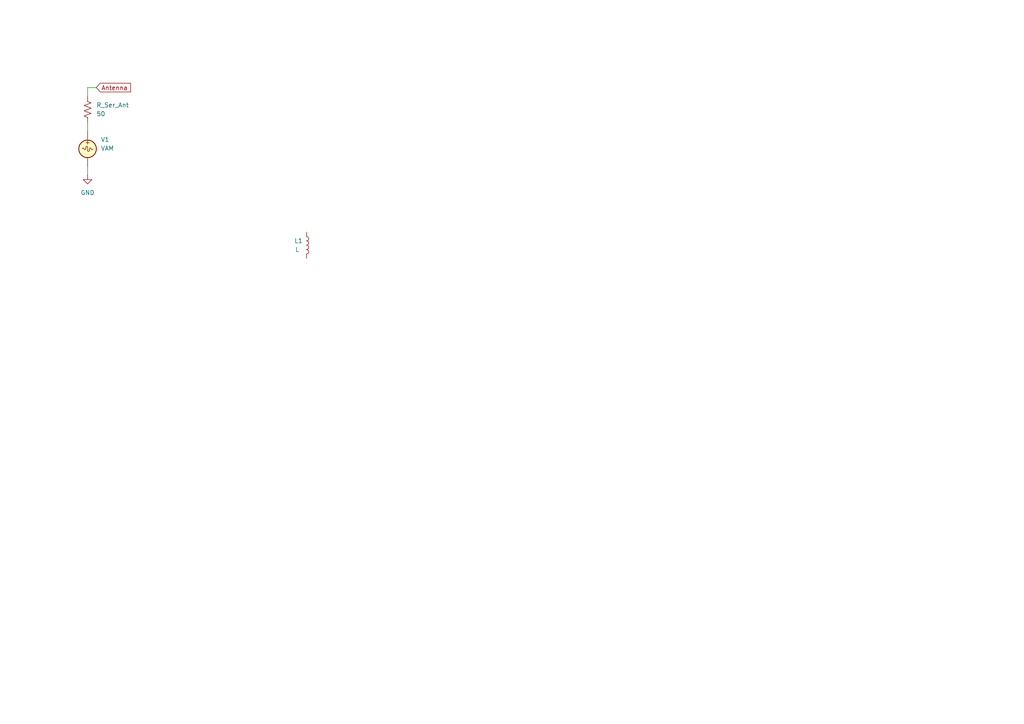
<source format=kicad_sch>
(kicad_sch (version 20250114) (generator "eeschema") (generator_version "9.0")
  (paper "A4")
  (lib_symbols
    (symbol "Device:L" (pin_numbers (hide yes)) (pin_names (offset 1.016) (hide yes))
      (property "Reference" "L" (at -1.27 0 90))
      (property "Value" "L" (at 1.905 0 90))
      (symbol "L_0_1"
        (arc (start 0 2.54) (mid 0.6323 1.905) (end 0 1.27))
        (arc (start 0 1.27) (mid 0.6323 0.635) (end 0 0))
        (arc (start 0 0) (mid 0.6323 -0.635) (end 0 -1.27))
        (arc (start 0 -1.27) (mid 0.6323 -1.905) (end 0 -2.54))
      )
      (symbol "L_1_1"
        (pin passive line (at 0 3.81 270) (length 1.27) (name "1") (number "1"))
        (pin passive line (at 0 -3.81 90) (length 1.27) (name "2") (number "2"))
      )
    )
    (symbol "Device:R_US" (pin_numbers (hide yes)) (pin_names (offset 0))
      (property "Reference" "R" (at 2.54 0 90))
      (property "Value" "R_US" (at -2.54 0 90))
      (symbol "R_US_0_1"
        (polyline (pts (xy 0 2.286) (xy 0 2.54)))
        (polyline (pts (xy 0 2.286) (xy 1.016 1.905) (xy 0 1.524) (xy -1.016 1.143) (xy 0 0.762)))
        (polyline (pts (xy 0 0.762) (xy 1.016 0.381) (xy 0 0) (xy -1.016 -0.381) (xy 0 -0.762)))
        (polyline (pts (xy 0 -0.762) (xy 1.016 -1.143) (xy 0 -1.524) (xy -1.016 -1.905) (xy 0 -2.286)))
        (polyline (pts (xy 0 -2.286) (xy 0 -2.54)))
      )
      (symbol "R_US_1_1"
        (pin passive line (at 0 3.81 270) (length 1.27) (name "~") (number "1"))
        (pin passive line (at 0 -3.81 90) (length 1.27) (name "~") (number "2"))
      )
    )
    (symbol "Simulation_SPICE:VAM" (pin_numbers (hide yes)) (pin_names (offset 0.0254))
      (property "Reference" "V" (at 2.54 2.54 0))
      (property "Value" "VAM" (at 2.54 0 0))
      (property "Sim.Params" "type=\"V\" model=\"am(1 0 1k 100k 1n)\" lib=\"\"" (at 2.54 -2.54 0))
      (symbol "VAM_0_0"
        (arc (start -0.508 0.508) (mid -0.254 0.7609) (end 0 0.508))
        (text "+" (at 0 1.905 0) (effects (font (size 1.27 1.27))))
      )
      (symbol "VAM_0_1"
        (arc (start -1.524 0) (mid -1.27 0.2529) (end -1.016 0))
        (arc (start -0.508 0) (mid -0.762 -0.2529) (end -1.016 0))
        (polyline (pts (xy -0.508 0.508) (xy -0.508 0)))
        (polyline (pts (xy 0 0.508) (xy 0 -0.508)))
        (circle (center 0 0) (radius 2.54) (stroke (width 0.254)) (fill (type background)))
        (arc (start 0.508 -0.508) (mid 0.254 -0.7609) (end 0 -0.508))
        (polyline (pts (xy 0.508 -0.508) (xy 0.508 0)))
        (arc (start 0.508 0) (mid 0.762 0.2529) (end 1.016 0))
        (arc (start 1.524 0) (mid 1.27 -0.2529) (end 1.016 0))
      )
      (symbol "VAM_1_1"
        (pin passive line (at 0 5.08 270) (length 2.54) (name "~") (number "1"))
        (pin passive line (at 0 -5.08 90) (length 2.54) (name "~") (number "2"))
      )
    )
    (symbol "power:GND" (power) (pin_numbers (hide yes)) (pin_names (offset 0) (hide yes))
      (property "Value" "GND" (at 0 -3.81 0))
      (symbol "GND_0_1"
        (polyline (pts (xy 0 0) (xy 0 -1.27) (xy 1.27 -1.27) (xy 0 -2.54) (xy -1.27 -1.27) (xy 0 -1.27)))
      )
      (symbol "GND_1_1"
        (pin power_in line (at 0 0 270) (length 0) (name "~") (number "1"))
      )
    )
  )
  (wire (pts (xy 25.4 50.8) (xy 25.4 48.26)))
  (wire (pts (xy 25.4 27.94) (xy 25.4 25.4)))
  (wire (pts (xy 25.4 25.4) (xy 27.94 25.4)))
  (wire (pts (xy 25.4 38.1) (xy 25.4 35.56)))
  (global_label "Antenna" (shape input) (at 27.94 25.4 0) (property "Intersheetrefs" "${INTERSHEET_REFS}" (effects (hide yes))))
  (symbol (lib_id "Device:R_US") (at 25.4 31.75 0) (unit 1)
    (property "Reference" "R_Ser_Ant" (at 27.94 30.4799 0) (effects (justify left)))
    (property "Value" "50" (at 27.94 33.0199 0) (effects (justify left)))
    (property "Description" "Resistor, US symbol" (effects (hide yes)))
  )
  (symbol (lib_id "power:GND") (at 25.4 50.8 0) (unit 1)
    (property "Reference" "#PWR01" (effects (hide yes)))
    (property "Value" "GND" (at 25.4 55.88 0))
    (property "Description" "Power symbol creates a global label with name \"GND\" , ground" (effects (hide yes)))
  )
  (symbol (lib_id "Device:L") (at 88.9 71.12 0) (unit 1)
    (property "Reference" "L1" (at 85.344 69.85 0) (effects (justify left)))
    (property "Value" "L" (at 85.598 72.39 0) (effects (justify left)))
    (property "Description" "Inductor" (effects (hide yes)))
  )
  (symbol (lib_id "Simulation_SPICE:VAM") (at 25.4 43.18 0) (unit 1)
    (property "Reference" "V1" (at 29.21 40.4886 0) (effects (justify left)))
    (property "Value" "VAM" (at 29.21 43.0286 0) (effects (justify left)))
    (property "Datasheet" "https://ngspice.sourceforge.io/docs/ngspice-html-manual/manual.xhtml#sec_Independent_Sources_for" (effects (hide yes)))
    (property "Description" "Voltage source, AM" (effects (hide yes)))
    (property "Sim.Pins" "1=1 2=2" (effects (hide yes)))
    (property "Sim.Device" "SPICE" (effects (hide yes)))
    (property "Sim.Params" "type=\"V\" model=\"am(1 0 1k 100k 1n)\" lib=\"\"" (effects (hide yes)))
  )
)
</source>
